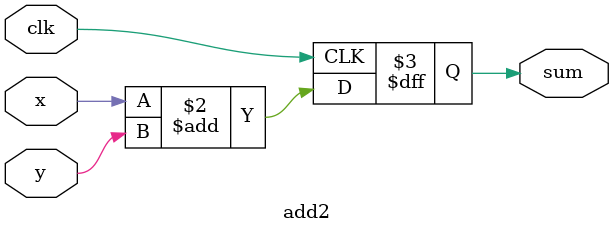
<source format=v>

/*
                               output
                                 +
                  --------------/ \--------------
                 /                               \
                +                                 +
           ----/ \-----                      ----/ \----
          /           +                     /           +
         +           / \                   +           / \
       -/ \-        a   b                -/ \-        a   b
      /     \                           /     \
     +       +                         +       +
    / \     / \                       / \     / \
   a   b   c   d                     a   b   c   d
*/

module t(sum,a,b,c,d,clk);
  output sum;
  input a,b,c,d,clk;
  wire left,right;
  add add(sum,left,right,clk);
  l l(left,a,b,c,d,clk);
  r r(right,a,b,c,d,clk);
endmodule

module l(sum,a,b,c,d,clk);
  output sum;
  input a,b,c,d,clk;
  wire left, right;
  add add(sum,left,right,clk);
  ll ll(left,a,b,c,d,clk);
  lr lr(right,a,b,c,d,clk);
endmodule

module ll(sum,a,b,c,d,clk);
  output sum;
  input a,b,c,d,clk;
  wire left, right;
  add add(sum,left,right,clk);
  lll lll(left,a,b,c,d,clk);
  llr llr(right,a,b,c,d,clk);
endmodule

module lll(sum,a,b,c,d,clk);
  output sum;
  input a,b,c,d,clk;
  add add(sum,a,b,clk);
endmodule

module llr(sum,a,b,c,d,clk);
  output sum;
  input a,b,c,d,clk;
  add add(sum,c,d,clk);
endmodule

module lr(sum,a,b,c,d,clk);
  output sum;
  input a,b,c,d,clk;
  add add(sum,a,b,clk);
endmodule

module r(sum,a,b,c,d,clk);
  output sum;
  input a,b,c,d,clk;
  wire left, right;
  add add(sum,left,right,clk);
  rl rl(left,a,b,c,d,clk);
  rr rr(right,a,b,c,d,clk);
endmodule

module rr(sum,a,b,c,d,clk);
  output sum;
  input a,b,c,d,clk;
  add add(sum,a,b,clk);
endmodule

module rl(sum,a,b,c,d,clk);
  output sum;
  input a,b,c,d,clk;
  wire left, right;
  add add(sum,left,right,clk);
  rll rll(left,a,b,c,d,clk);
  rlr rlr(right,a,b,c,d,clk);
endmodule

module rll(sum,a,b,c,d,clk);
  output sum;
  input a,b,c,d,clk;
  add2 add(sum,a,b,clk);
endmodule

module rlr(sum,a,b,c,d,clk);
  output sum;
  input a,b,c,d,clk;
  add2 add(sum,c,d,clk);
endmodule

module add(sum,x,y,clk);
  output sum;
  input x,y,clk;
  reg t1,t2;
  always @(posedge clk) begin
      sum <= x + y;
  end
endmodule

module add2(sum,x,y,clk);
  output sum;
  input x,y,clk;
  reg t1,t2;
  always @(posedge clk) begin
      sum <= x + y;
  end
endmodule

</source>
